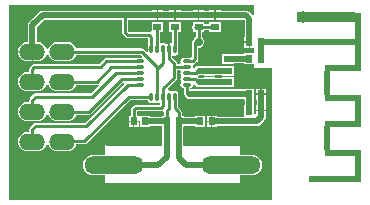
<source format=gtl>
G04*
G04 #@! TF.GenerationSoftware,Altium Limited,Altium Designer,22.7.1 (60)*
G04*
G04 Layer_Physical_Order=1*
G04 Layer_Color=255*
%FSLAX44Y44*%
%MOMM*%
G71*
G04*
G04 #@! TF.SameCoordinates,7A3DA631-0345-4E00-B8C7-321365C47752*
G04*
G04*
G04 #@! TF.FilePolarity,Positive*
G04*
G01*
G75*
%ADD12R,0.6000X0.7000*%
%ADD13O,0.8000X0.3000*%
%ADD14O,0.3000X0.8000*%
%ADD15R,0.7000X0.6000*%
%ADD16O,5.0000X1.5000*%
%ADD23R,0.5000X2.7000*%
%ADD24R,3.9400X0.5000*%
%ADD25R,2.6400X0.5000*%
%ADD26R,4.9000X0.9000*%
%ADD27R,0.5000X5.0000*%
%ADD28R,4.9000X0.5000*%
%ADD29R,0.5000X2.0000*%
%ADD30C,0.5000*%
%ADD31C,0.5241*%
%ADD32C,0.2540*%
%ADD33O,2.2000X1.4000*%
%ADD34C,1.0000*%
%ADD35C,0.7000*%
G36*
X464000Y413156D02*
X462730Y412771D01*
X462718Y412789D01*
X462718Y412789D01*
X459789Y415718D01*
X458542Y416551D01*
X457071Y416844D01*
X457071Y416844D01*
X435770D01*
Y417270D01*
X431635D01*
Y413000D01*
Y408730D01*
X435770D01*
Y409156D01*
X455479D01*
X456156Y408479D01*
Y394770D01*
X455730D01*
Y390635D01*
X460000D01*
Y390000D01*
X460635D01*
Y385230D01*
X464000D01*
Y380770D01*
X455730D01*
Y379967D01*
X446770D01*
Y380270D01*
X437230D01*
Y371730D01*
X446770D01*
Y372033D01*
X455730D01*
Y371230D01*
X464000D01*
Y368000D01*
X479000D01*
Y256315D01*
X256315D01*
Y421685D01*
X464000D01*
Y413156D01*
D02*
G37*
%LPC*%
G36*
X416365Y417270D02*
X412230D01*
Y416844D01*
X401770D01*
Y417270D01*
X397635D01*
Y413000D01*
Y408730D01*
X401770D01*
Y409156D01*
X412230D01*
Y408730D01*
X416365D01*
Y413000D01*
Y417270D01*
D02*
G37*
G36*
X381365D02*
X377230D01*
Y416844D01*
X285000D01*
X285000Y416844D01*
X283529Y416551D01*
X282282Y415718D01*
X273582Y407018D01*
X272749Y405771D01*
X272456Y404300D01*
X272456Y404300D01*
Y390441D01*
X272300D01*
X270141Y390157D01*
X268129Y389324D01*
X266402Y387998D01*
X265076Y386271D01*
X264243Y384259D01*
X264042Y382735D01*
X276300D01*
Y382100D01*
X276935D01*
Y373759D01*
X280300D01*
X282459Y374043D01*
X284471Y374876D01*
X286198Y376202D01*
X287524Y377929D01*
X288357Y379941D01*
X288360Y379959D01*
X289641D01*
X289643Y379941D01*
X290476Y377929D01*
X291802Y376202D01*
X293529Y374876D01*
X295541Y374043D01*
X297700Y373759D01*
X305700D01*
X307859Y374043D01*
X309871Y374876D01*
X311598Y376202D01*
X312924Y377929D01*
X313579Y379510D01*
X367827D01*
X369243Y378094D01*
X368717Y376824D01*
X364500D01*
X363419Y376609D01*
X363390Y376590D01*
X339000D01*
X338009Y376393D01*
X337169Y375831D01*
X332927Y371590D01*
X278000D01*
X277009Y371393D01*
X276169Y370831D01*
X274469Y369131D01*
X273907Y368291D01*
X273710Y367300D01*
Y365041D01*
X272300D01*
X270141Y364757D01*
X268129Y363924D01*
X266402Y362598D01*
X265076Y360871D01*
X264243Y358859D01*
X263959Y356700D01*
X264243Y354541D01*
X265076Y352529D01*
X266402Y350802D01*
X268129Y349476D01*
X270141Y348643D01*
X272300Y348359D01*
X280300D01*
X282459Y348643D01*
X284471Y349476D01*
X286198Y350802D01*
X287524Y352529D01*
X288357Y354541D01*
X288360Y354559D01*
X289641D01*
X289643Y354541D01*
X290476Y352529D01*
X291802Y350802D01*
X293529Y349476D01*
X295541Y348643D01*
X297700Y348359D01*
X305700D01*
X307859Y348643D01*
X309871Y349476D01*
X311598Y350802D01*
X312924Y352529D01*
X313579Y354110D01*
X330700D01*
X331691Y354307D01*
X332167Y354625D01*
X332976Y353639D01*
X325927Y346590D01*
X279000D01*
X278009Y346393D01*
X277169Y345831D01*
X274469Y343131D01*
X273907Y342291D01*
X273710Y341300D01*
Y339641D01*
X272300D01*
X270141Y339357D01*
X268129Y338524D01*
X266402Y337198D01*
X265076Y335471D01*
X264243Y333459D01*
X263959Y331300D01*
X264243Y329141D01*
X265076Y327129D01*
X266402Y325402D01*
X268129Y324076D01*
X270141Y323243D01*
X272300Y322959D01*
X280300D01*
X282459Y323243D01*
X284471Y324076D01*
X286198Y325402D01*
X287524Y327129D01*
X288357Y329141D01*
X288360Y329159D01*
X289641D01*
X289643Y329141D01*
X290476Y327129D01*
X291802Y325402D01*
X293529Y324076D01*
X295541Y323243D01*
X297700Y322959D01*
X305700D01*
X307859Y323243D01*
X309871Y324076D01*
X311598Y325402D01*
X312924Y327129D01*
X313579Y328710D01*
X324300D01*
X325291Y328907D01*
X326131Y329469D01*
X352778Y356116D01*
X353556Y356015D01*
X354028Y354691D01*
X320927Y321590D01*
X279000D01*
X278009Y321393D01*
X277169Y320831D01*
X274469Y318131D01*
X273907Y317291D01*
X273710Y316300D01*
Y314241D01*
X272300D01*
X270141Y313957D01*
X268129Y313124D01*
X266402Y311798D01*
X265076Y310071D01*
X264243Y308059D01*
X263959Y305900D01*
X264243Y303741D01*
X265076Y301729D01*
X266402Y300002D01*
X268129Y298676D01*
X270141Y297843D01*
X272300Y297559D01*
X280300D01*
X282459Y297843D01*
X284471Y298676D01*
X286198Y300002D01*
X287524Y301729D01*
X288357Y303741D01*
X288360Y303759D01*
X289641D01*
X289643Y303741D01*
X290476Y301729D01*
X291802Y300002D01*
X293529Y298676D01*
X295541Y297843D01*
X297700Y297559D01*
X305700D01*
X307859Y297843D01*
X309871Y298676D01*
X311598Y300002D01*
X312924Y301729D01*
X313620Y303410D01*
X320000D01*
X320991Y303607D01*
X321831Y304169D01*
X359073Y341410D01*
X374194D01*
X374391Y340419D01*
X375003Y339503D01*
X375919Y338891D01*
X377000Y338676D01*
X378081Y338891D01*
X378997Y339503D01*
X380003D01*
X380919Y338891D01*
X382000Y338676D01*
X383081Y338891D01*
X383140Y338930D01*
X384314Y338303D01*
X384363Y337679D01*
X383339Y336590D01*
X363488D01*
X362497Y336393D01*
X361657Y335831D01*
X360169Y334343D01*
X359607Y333503D01*
X359410Y332512D01*
Y327770D01*
X357730D01*
Y323635D01*
X362000D01*
X366270D01*
Y327770D01*
X364590D01*
Y331410D01*
X385000D01*
X385991Y331607D01*
X386140Y331707D01*
X387410Y331028D01*
Y327770D01*
X385730D01*
Y326844D01*
X376270D01*
Y327770D01*
X367730D01*
Y318230D01*
X376270D01*
Y319156D01*
X385730D01*
Y318230D01*
X386156D01*
Y302510D01*
X339120D01*
X337850Y303780D01*
Y294846D01*
X327970D01*
X325681Y294544D01*
X323547Y293661D01*
X321715Y292255D01*
X320309Y290423D01*
X319426Y288289D01*
X319124Y286000D01*
X319426Y283711D01*
X320309Y281577D01*
X321715Y279745D01*
X323547Y278339D01*
X325681Y277456D01*
X327970Y277154D01*
X337850D01*
Y270760D01*
X452150D01*
Y277154D01*
X462030D01*
X464319Y277456D01*
X466453Y278339D01*
X468285Y279745D01*
X469691Y281577D01*
X470574Y283711D01*
X470876Y286000D01*
X470574Y288289D01*
X469691Y290423D01*
X468285Y292255D01*
X466453Y293661D01*
X464319Y294544D01*
X462030Y294846D01*
X452150D01*
Y302510D01*
X403844D01*
Y318230D01*
X404270D01*
Y319156D01*
X413730D01*
Y318230D01*
X422270D01*
Y327770D01*
X413730D01*
Y326844D01*
X404270D01*
Y327770D01*
X402590D01*
Y331000D01*
X402393Y331991D01*
X401831Y332831D01*
X399590Y335073D01*
Y340390D01*
X399609Y340419D01*
X399824Y341500D01*
Y346500D01*
X399609Y347581D01*
X398997Y348497D01*
X398081Y349109D01*
X397000Y349324D01*
X395919Y349109D01*
X395003Y348497D01*
X393997D01*
X393081Y349109D01*
X392000Y349324D01*
X391882Y349301D01*
X390488Y350233D01*
X390411Y350749D01*
X397831Y358169D01*
X398393Y359009D01*
X398590Y360000D01*
Y366410D01*
X401252D01*
X401930Y365140D01*
X401891Y365081D01*
X401676Y364000D01*
X401891Y362919D01*
X402503Y362003D01*
Y360997D01*
X401891Y360081D01*
X401676Y359000D01*
X401891Y357919D01*
X402503Y357003D01*
Y355997D01*
X401891Y355081D01*
X401676Y354000D01*
X401891Y352919D01*
X402503Y352003D01*
X403419Y351391D01*
X404410Y351194D01*
Y348000D01*
X404607Y347009D01*
X405090Y346287D01*
X405033Y346000D01*
X405335Y344482D01*
X406195Y343195D01*
X407482Y342335D01*
X409000Y342033D01*
X437230D01*
Y341730D01*
X446770D01*
Y342033D01*
X455730D01*
Y341230D01*
X456033D01*
Y336770D01*
X455730D01*
X455730Y327230D01*
X454620Y326844D01*
X432270D01*
Y327770D01*
X428635D01*
Y323000D01*
Y318230D01*
X432270D01*
Y319156D01*
X466571D01*
X466571Y319156D01*
X468042Y319449D01*
X469289Y320282D01*
X472718Y323711D01*
X473551Y324958D01*
X473788Y326148D01*
X474270Y327230D01*
X474270Y327230D01*
X474270Y327230D01*
Y331365D01*
X465683D01*
X465730Y331129D01*
Y328701D01*
X465540Y328574D01*
X464270Y329253D01*
Y336770D01*
X463967D01*
Y341230D01*
X464270D01*
Y350770D01*
X455730D01*
Y349967D01*
X446770D01*
Y350270D01*
X437230D01*
Y349967D01*
X409932D01*
X409807Y351237D01*
X410581Y351391D01*
X411497Y352003D01*
X412109Y352919D01*
X412280Y353776D01*
X412991Y354086D01*
X413552Y354157D01*
X414195Y353195D01*
X415482Y352335D01*
X417000Y352033D01*
X421230D01*
Y351730D01*
X430770D01*
Y352033D01*
X437230D01*
Y351730D01*
X446770D01*
Y360270D01*
X437230D01*
Y359967D01*
X430770D01*
Y360270D01*
X421230D01*
Y359967D01*
X417209D01*
X416469Y360711D01*
X416266Y360994D01*
X417000Y362033D01*
X421230D01*
Y361730D01*
X430770D01*
Y362033D01*
X437230D01*
Y361730D01*
X446770D01*
Y370270D01*
X437230D01*
Y369967D01*
X430770D01*
Y370270D01*
X421230D01*
Y369967D01*
X417000D01*
X415482Y369665D01*
X414195Y368805D01*
X413534Y367815D01*
X413380Y367799D01*
X412313Y368946D01*
X412324Y369000D01*
X412109Y370081D01*
X412070Y370140D01*
X412328Y370882D01*
X412721Y371452D01*
X413503Y371607D01*
X414343Y372169D01*
X415831Y373657D01*
X416393Y374497D01*
X416590Y375488D01*
Y385230D01*
X417949D01*
X419702Y385956D01*
X421044Y387298D01*
X421770Y389051D01*
Y390949D01*
X421044Y392702D01*
X419702Y394044D01*
X419590Y394090D01*
Y398730D01*
X421770D01*
Y400410D01*
X426230D01*
Y398730D01*
X435770D01*
Y407270D01*
X426230D01*
Y405590D01*
X421770D01*
Y407270D01*
X412230D01*
Y404872D01*
X412169Y404831D01*
X411607Y403991D01*
X411410Y403000D01*
X411607Y402009D01*
X412169Y401169D01*
X412230Y401128D01*
Y398730D01*
X414410D01*
Y394090D01*
X414298Y394044D01*
X412956Y392702D01*
X412759Y392225D01*
X412169Y391831D01*
X411607Y390991D01*
X411410Y390000D01*
Y377504D01*
X411330Y377418D01*
X410140Y376697D01*
X409500Y376824D01*
X404500D01*
X403419Y376609D01*
X402503Y375997D01*
X401891Y375081D01*
X401676Y374000D01*
X401891Y372919D01*
X401930Y372860D01*
X401252Y371590D01*
X398590D01*
Y372000D01*
X398393Y372991D01*
X397831Y373831D01*
X394590Y377073D01*
X394686Y378303D01*
X395860Y378930D01*
X395919Y378891D01*
X397000Y378676D01*
X398081Y378891D01*
X398997Y379503D01*
X399609Y380419D01*
X399824Y381500D01*
Y386500D01*
X399609Y387581D01*
X399590Y387610D01*
Y398730D01*
X401770D01*
Y407270D01*
X392230D01*
Y398730D01*
X394410D01*
Y389748D01*
X393140Y389070D01*
X393081Y389109D01*
X392635Y389198D01*
Y384000D01*
X391365D01*
Y389198D01*
X390919Y389109D01*
X390003Y388497D01*
X388997D01*
X388081Y389109D01*
X387000Y389324D01*
X385919Y389109D01*
X385860Y389070D01*
X384590Y389748D01*
Y398730D01*
X386770D01*
Y407270D01*
X377230D01*
Y399092D01*
X376141Y398292D01*
X375991Y398393D01*
X375000Y398590D01*
X358073D01*
X357590Y399073D01*
Y409156D01*
X377230D01*
Y408730D01*
X381365D01*
Y413000D01*
Y417270D01*
D02*
G37*
G36*
X421770D02*
X417635D01*
Y413000D01*
Y408730D01*
X421770D01*
Y409156D01*
X426230D01*
Y408730D01*
X430365D01*
Y413000D01*
Y417270D01*
X426230D01*
Y416844D01*
X421770D01*
Y417270D01*
D02*
G37*
G36*
X386770D02*
X382635D01*
Y413000D01*
Y408730D01*
X386770D01*
Y409156D01*
X392230D01*
Y408730D01*
X396365D01*
Y413000D01*
Y417270D01*
X392230D01*
Y416844D01*
X386770D01*
Y417270D01*
D02*
G37*
G36*
X459365Y389365D02*
X455730D01*
Y385230D01*
X459365D01*
Y389365D01*
D02*
G37*
G36*
X275665Y381465D02*
X264042D01*
X264243Y379941D01*
X265076Y377929D01*
X266402Y376202D01*
X268129Y374876D01*
X270141Y374043D01*
X272300Y373759D01*
X275665D01*
Y381465D01*
D02*
G37*
G36*
X474270Y350770D02*
X470635D01*
Y346635D01*
X474270D01*
Y350770D01*
D02*
G37*
G36*
X469365D02*
X465730D01*
Y346635D01*
X469365D01*
Y350770D01*
D02*
G37*
G36*
X474270Y345365D02*
X465730D01*
Y341230D01*
X466156D01*
Y336770D01*
X465730D01*
Y332635D01*
X474270D01*
Y336770D01*
X473844D01*
Y341230D01*
X474270D01*
Y345365D01*
D02*
G37*
G36*
X427365Y327770D02*
X423730D01*
Y323635D01*
X427365D01*
Y327770D01*
D02*
G37*
G36*
Y322365D02*
X423730D01*
Y318230D01*
X427365D01*
Y322365D01*
D02*
G37*
G36*
X366270D02*
X362635D01*
Y318230D01*
X366270D01*
Y322365D01*
D02*
G37*
G36*
X361365D02*
X357730D01*
Y318230D01*
X361365D01*
Y322365D01*
D02*
G37*
%LPD*%
G36*
X352410Y398000D02*
X352607Y397009D01*
X353169Y396169D01*
X355169Y394169D01*
X356009Y393607D01*
X357000Y393410D01*
X373927D01*
X374410Y392927D01*
Y387610D01*
X374391Y387581D01*
X374176Y386500D01*
Y384635D01*
X377000D01*
Y383365D01*
X374176D01*
Y382283D01*
X372906Y381757D01*
X370731Y383931D01*
X369891Y384493D01*
X368900Y384690D01*
X313579D01*
X312924Y386271D01*
X311598Y387998D01*
X309871Y389324D01*
X307859Y390157D01*
X305700Y390441D01*
X297700D01*
X295541Y390157D01*
X293529Y389324D01*
X291802Y387998D01*
X290476Y386271D01*
X289643Y384259D01*
X289641Y384241D01*
X288360D01*
X288357Y384259D01*
X287524Y386271D01*
X286198Y387998D01*
X284471Y389324D01*
X282459Y390157D01*
X280300Y390441D01*
X280144D01*
Y402708D01*
X286592Y409156D01*
X352410D01*
Y398000D01*
D02*
G37*
D12*
X470000Y390000D02*
D03*
Y376000D02*
D03*
X460000Y390000D02*
D03*
Y376000D02*
D03*
X470000Y346000D02*
D03*
X460000D02*
D03*
X470000Y332000D02*
D03*
X460000D02*
D03*
X390000Y323000D02*
D03*
X400000D02*
D03*
X362000D02*
D03*
X372000D02*
D03*
X428000D02*
D03*
X418000D02*
D03*
D13*
X407000Y374000D02*
D03*
X367000Y364000D02*
D03*
X407000D02*
D03*
Y359000D02*
D03*
Y354000D02*
D03*
X367000Y359000D02*
D03*
Y354000D02*
D03*
X407000Y369000D02*
D03*
X367000D02*
D03*
Y374000D02*
D03*
D14*
X387000Y384000D02*
D03*
X382000Y344000D02*
D03*
X397000Y384000D02*
D03*
Y344000D02*
D03*
X392000D02*
D03*
X382000Y384000D02*
D03*
X377000Y344000D02*
D03*
Y384000D02*
D03*
X392000D02*
D03*
X387000Y344000D02*
D03*
D15*
X417000Y403000D02*
D03*
Y413000D02*
D03*
X397000Y403000D02*
D03*
Y413000D02*
D03*
X431000D02*
D03*
Y403000D02*
D03*
X382000Y413000D02*
D03*
Y403000D02*
D03*
X442000Y376000D02*
D03*
Y366000D02*
D03*
Y346000D02*
D03*
Y356000D02*
D03*
X426000Y356000D02*
D03*
Y366000D02*
D03*
D16*
X345470Y286000D02*
D03*
X444530D02*
D03*
D23*
X552000Y285000D02*
D03*
Y332000D02*
D03*
D24*
X529800Y274000D02*
D03*
D25*
X536300Y296000D02*
D03*
Y368000D02*
D03*
Y343000D02*
D03*
Y321000D02*
D03*
D26*
X525000Y411000D02*
D03*
D27*
X552000Y390500D02*
D03*
D28*
X525000Y390000D02*
D03*
D29*
X525600Y355500D02*
D03*
Y308500D02*
D03*
D30*
X529800Y274000D02*
X552000D01*
Y285000D01*
X417000Y413000D02*
X431000D01*
X382000D02*
X397000D01*
X355000D02*
X382000D01*
X285000D02*
X355000D01*
X276300Y382100D02*
Y404300D01*
X285000Y413000D01*
X460000Y390000D02*
X460000Y390000D01*
X460000Y390000D02*
Y410071D01*
X431000Y413000D02*
X457071D01*
X460000Y410071D01*
X470000Y326429D02*
Y332000D01*
X428000Y323000D02*
X466571D01*
X469500Y331500D02*
X470000Y332000D01*
X466571Y323000D02*
X470000Y326429D01*
Y332000D02*
Y346000D01*
X400000Y323000D02*
X418000D01*
X405929Y286000D02*
X444530D01*
X400000Y291929D02*
X405929Y286000D01*
X400000Y291929D02*
Y323000D01*
X383000Y286000D02*
X390000Y293000D01*
X345470Y286000D02*
X383000D01*
X390000Y293000D02*
Y323000D01*
X372000D02*
X390000D01*
X414000Y413000D02*
X417000D01*
X397000D02*
X414000D01*
D31*
X470000Y390000D02*
X470000Y390000D01*
X525000D01*
X470000Y376000D02*
Y390000D01*
X417000Y366000D02*
X426000D01*
X442000Y346000D02*
X460000D01*
X409000D02*
X442000D01*
X417000Y356000D02*
X426000D01*
X460000Y332000D02*
Y346000D01*
X426000Y356000D02*
X442000D01*
X442000Y356000D01*
X426000Y366000D02*
X442000D01*
Y376000D02*
X460000D01*
X460000Y376000D01*
D32*
X417000Y390000D02*
Y403000D01*
X414000Y403000D02*
X431000D01*
X417000D02*
X431000D01*
X382000Y367388D02*
Y369000D01*
X396000D02*
Y372000D01*
X392000Y376000D02*
X396000Y372000D01*
Y360000D02*
Y369000D01*
X407000D01*
X392000Y376000D02*
Y384000D01*
X387000Y351000D02*
X396000Y360000D01*
X368900Y382100D02*
X382000Y369000D01*
X301700Y382100D02*
X368900D01*
X358000Y344000D02*
X377000D01*
X320000Y306000D02*
X358000Y344000D01*
X382000Y384000D02*
X382000Y384000D01*
X355000Y398000D02*
X357000Y396000D01*
X375000D01*
X377000Y394000D01*
Y384000D02*
Y394000D01*
X382000Y384000D02*
Y403000D01*
X355000Y398000D02*
Y413000D01*
X414000Y375488D02*
Y390000D01*
X397000Y384000D02*
Y403000D01*
X397000Y384000D02*
X397000Y384000D01*
X362000Y323000D02*
Y332512D01*
X363488Y334000D02*
X385000D01*
X362000Y332512D02*
X363488Y334000D01*
X385000D02*
X387000Y336000D01*
Y344000D01*
Y351000D01*
Y372388D02*
Y384000D01*
X382000Y344000D02*
Y367388D01*
X387000Y372388D01*
X415000Y364000D02*
X417000Y366000D01*
X407000Y364000D02*
X415000D01*
X407000Y348000D02*
Y354000D01*
Y348000D02*
X409000Y346000D01*
X414088Y358912D02*
X417000Y356000D01*
X407000Y359000D02*
X407088Y358912D01*
X414088D01*
X407000Y374000D02*
X412512D01*
X414000Y375488D01*
X407000Y374000D02*
X407000Y374000D01*
X276300Y367300D02*
X278000Y369000D01*
X276300Y356700D02*
Y367300D01*
X278000Y369000D02*
X334000D01*
X339000Y374000D01*
X367000D01*
X343000Y369000D02*
X367000D01*
X301700Y356700D02*
X330700D01*
X343000Y369000D01*
X327000Y344000D02*
X347000Y364000D01*
X279000Y344000D02*
X327000D01*
X347000Y364000D02*
X367000D01*
X276300Y331300D02*
Y341300D01*
X279000Y344000D01*
X301700Y331300D02*
X324300D01*
X352000Y359000D02*
X367000D01*
X324300Y331300D02*
X352000Y359000D01*
X279000Y319000D02*
X322000D01*
X357000Y354000D01*
X367000D01*
X276300Y316300D02*
X279000Y319000D01*
X276300Y305900D02*
Y316300D01*
X301700Y305900D02*
X301800Y306000D01*
X320000D01*
X390000Y332000D02*
X392000Y334000D01*
X390000Y323000D02*
Y332000D01*
X392000Y334000D02*
X392000Y334000D01*
X392000Y334000D02*
Y344000D01*
X400000Y323000D02*
Y331000D01*
X397000Y334000D02*
Y344000D01*
Y334000D02*
X400000Y331000D01*
D33*
X276300Y382100D02*
D03*
X301700D02*
D03*
Y356700D02*
D03*
X276300D02*
D03*
Y331300D02*
D03*
X301700D02*
D03*
X276300Y305900D02*
D03*
X301700D02*
D03*
D34*
X505000Y411000D02*
D03*
D35*
X417000Y390000D02*
D03*
X470000Y360000D02*
D03*
X460000Y300000D02*
D03*
Y260000D02*
D03*
X450000Y400000D02*
D03*
X440000Y260000D02*
D03*
X420000D02*
D03*
X400000D02*
D03*
X380000D02*
D03*
X360000D02*
D03*
X350000Y320000D02*
D03*
X340000Y260000D02*
D03*
X330000Y400000D02*
D03*
X320000Y260000D02*
D03*
X310000Y400000D02*
D03*
Y280000D02*
D03*
X300000Y260000D02*
D03*
X290000Y400000D02*
D03*
Y280000D02*
D03*
X280000Y260000D02*
D03*
X260000Y380000D02*
D03*
Y340000D02*
D03*
Y300000D02*
D03*
X270000Y280000D02*
D03*
X260000Y260000D02*
D03*
M02*

</source>
